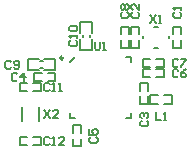
<source format=gto>
G04 Layer_Color=65535*
%FSLAX24Y24*%
%MOIN*%
G70*
G01*
G75*
%ADD22C,0.0060*%
%ADD27C,0.0098*%
%ADD28C,0.0079*%
%ADD29C,0.0059*%
D22*
X2275Y1656D02*
Y1704D01*
X1787Y1334D02*
X1913D01*
X1425Y1656D02*
Y1704D01*
X1787Y2026D02*
X1913D01*
X2367Y-535D02*
Y-259D01*
X1659Y-535D02*
Y-259D01*
X1915D01*
X2112D02*
X2367D01*
X1659Y-535D02*
X1915D01*
X2112D02*
X2367D01*
X-2704Y-1652D02*
X-2448D01*
X-2252D02*
X-1996D01*
X-2704Y-1928D02*
X-2448D01*
X-2252D02*
X-1996D01*
Y-1652D01*
X-2704Y-1928D02*
Y-1652D01*
Y148D02*
X-2448D01*
X-2252D02*
X-1996D01*
X-2704Y-128D02*
X-2448D01*
X-2252D02*
X-1996D01*
Y148D01*
X-2704Y-128D02*
Y148D01*
X-677Y1247D02*
Y1612D01*
Y1808D02*
Y2173D01*
X-283Y1247D02*
Y1612D01*
Y1808D02*
Y2173D01*
X-677D02*
X-283D01*
X-677Y1247D02*
X-283D01*
X-2433Y967D02*
X-2068D01*
X-1872D02*
X-1507D01*
X-2433Y573D02*
X-2068D01*
X-1872D02*
X-1507D01*
Y967D01*
X-2433Y573D02*
Y967D01*
X938Y1778D02*
Y2034D01*
Y1326D02*
Y1582D01*
X662Y1778D02*
Y2034D01*
Y1326D02*
Y1582D01*
Y1326D02*
X938D01*
X662Y2034D02*
X938D01*
X1848Y682D02*
X2104D01*
X1396D02*
X1652D01*
X1848Y958D02*
X2104D01*
X1396D02*
X1652D01*
X1396Y682D02*
Y958D01*
X2104Y682D02*
Y958D01*
X1396Y618D02*
X1652D01*
X1848D02*
X2104D01*
X1396Y342D02*
X1652D01*
X1848D02*
X2104D01*
Y618D01*
X1396Y342D02*
Y618D01*
X-938Y-1964D02*
Y-1708D01*
Y-1512D02*
Y-1256D01*
X-662Y-1964D02*
Y-1708D01*
Y-1512D02*
Y-1256D01*
X-938D02*
X-662D01*
X-938Y-1964D02*
X-662D01*
X-2214Y498D02*
X-1958D01*
X-1762D02*
X-1506D01*
X-2214Y222D02*
X-1958D01*
X-1762D02*
X-1506D01*
Y498D01*
X-2214Y222D02*
Y498D01*
X1315Y-551D02*
Y-295D01*
Y-98D02*
Y158D01*
X1591Y-551D02*
Y-295D01*
Y-98D02*
Y158D01*
X1315D02*
X1591D01*
X1315Y-551D02*
X1591D01*
X1288Y1778D02*
Y2034D01*
Y1326D02*
Y1582D01*
X1012Y1778D02*
Y2034D01*
Y1326D02*
Y1582D01*
Y1326D02*
X1288D01*
X1012Y2034D02*
X1288D01*
X2412Y1326D02*
Y1582D01*
Y1778D02*
Y2034D01*
X2688Y1326D02*
Y1582D01*
Y1778D02*
Y2034D01*
X2412D02*
X2688D01*
X2412Y1326D02*
X2688D01*
X1831Y-825D02*
Y-1095D01*
X2011D01*
X2100D02*
X2190D01*
X2145D01*
Y-825D01*
X2100Y-870D01*
X1366Y-1115D02*
X1321Y-1160D01*
Y-1250D01*
X1366Y-1295D01*
X1546D01*
X1591Y-1250D01*
Y-1160D01*
X1546Y-1115D01*
X1366Y-1025D02*
X1321Y-980D01*
Y-890D01*
X1366Y-845D01*
X1411D01*
X1456Y-890D01*
Y-935D01*
Y-890D01*
X1501Y-845D01*
X1546D01*
X1591Y-890D01*
Y-980D01*
X1546Y-1025D01*
X-1703Y107D02*
X-1748Y152D01*
X-1838D01*
X-1883Y107D01*
Y-73D01*
X-1838Y-118D01*
X-1748D01*
X-1703Y-73D01*
X-1613Y-118D02*
X-1523D01*
X-1568D01*
Y152D01*
X-1613Y107D01*
X-1388Y-118D02*
X-1298D01*
X-1343D01*
Y152D01*
X-1388Y107D01*
X-1703Y-1693D02*
X-1748Y-1648D01*
X-1838D01*
X-1883Y-1693D01*
Y-1873D01*
X-1838Y-1918D01*
X-1748D01*
X-1703Y-1873D01*
X-1613Y-1918D02*
X-1523D01*
X-1568D01*
Y-1648D01*
X-1613Y-1693D01*
X-1208Y-1918D02*
X-1388D01*
X-1208Y-1738D01*
Y-1693D01*
X-1253Y-1648D01*
X-1343D01*
X-1388Y-1693D01*
X-1873Y-748D02*
X-1693Y-1018D01*
Y-748D02*
X-1873Y-1018D01*
X-1423D02*
X-1603D01*
X-1423Y-838D01*
Y-793D01*
X-1468Y-748D01*
X-1558D01*
X-1603Y-793D01*
X-190Y1530D02*
Y1305D01*
X-145Y1260D01*
X-55D01*
X-10Y1305D01*
Y1530D01*
X80Y1260D02*
X170D01*
X125D01*
Y1530D01*
X80Y1485D01*
X1063Y2505D02*
X1018Y2460D01*
Y2370D01*
X1063Y2325D01*
X1243D01*
X1288Y2370D01*
Y2460D01*
X1243Y2505D01*
X1288Y2775D02*
Y2595D01*
X1108Y2775D01*
X1063D01*
X1018Y2730D01*
Y2640D01*
X1063Y2595D01*
X2577Y567D02*
X2532Y612D01*
X2442D01*
X2397Y567D01*
Y387D01*
X2442Y342D01*
X2532D01*
X2577Y387D01*
X2847Y612D02*
X2757Y567D01*
X2667Y477D01*
Y387D01*
X2712Y342D01*
X2802D01*
X2847Y387D01*
Y432D01*
X2802Y477D01*
X2667D01*
X-2993Y857D02*
X-3038Y902D01*
X-3128D01*
X-3173Y857D01*
Y677D01*
X-3128Y632D01*
X-3038D01*
X-2993Y677D01*
X-2903D02*
X-2858Y632D01*
X-2768D01*
X-2723Y677D01*
Y857D01*
X-2768Y902D01*
X-2858D01*
X-2903Y857D01*
Y812D01*
X-2858Y767D01*
X-2723D01*
X713Y2505D02*
X668Y2460D01*
Y2370D01*
X713Y2325D01*
X893D01*
X938Y2370D01*
Y2460D01*
X893Y2505D01*
X713Y2595D02*
X668Y2640D01*
Y2730D01*
X713Y2775D01*
X758D01*
X803Y2730D01*
X848Y2775D01*
X893D01*
X938Y2730D01*
Y2640D01*
X893Y2595D01*
X848D01*
X803Y2640D01*
X758Y2595D01*
X713D01*
X803Y2640D02*
Y2730D01*
X1660Y2430D02*
X1840Y2160D01*
Y2430D02*
X1660Y2160D01*
X1930D02*
X2020D01*
X1975D01*
Y2430D01*
X1930Y2385D01*
X2463Y2505D02*
X2418Y2460D01*
Y2370D01*
X2463Y2325D01*
X2643D01*
X2688Y2370D01*
Y2460D01*
X2643Y2505D01*
X2688Y2595D02*
Y2685D01*
Y2640D01*
X2418D01*
X2463Y2595D01*
X2577Y907D02*
X2532Y952D01*
X2442D01*
X2397Y907D01*
Y727D01*
X2442Y682D01*
X2532D01*
X2577Y727D01*
X2667Y952D02*
X2847D01*
Y907D01*
X2667Y727D01*
Y682D01*
X-327Y-1658D02*
X-372Y-1703D01*
Y-1793D01*
X-327Y-1838D01*
X-148D01*
X-103Y-1793D01*
Y-1703D01*
X-148Y-1658D01*
X-372Y-1388D02*
Y-1568D01*
X-238D01*
X-283Y-1478D01*
Y-1433D01*
X-238Y-1388D01*
X-148D01*
X-103Y-1433D01*
Y-1523D01*
X-148Y-1568D01*
X-2773Y447D02*
X-2818Y492D01*
X-2908D01*
X-2953Y447D01*
Y267D01*
X-2908Y222D01*
X-2818D01*
X-2773Y267D01*
X-2548Y222D02*
Y492D01*
X-2683Y357D01*
X-2503D01*
X-1005Y1570D02*
X-1050Y1525D01*
Y1435D01*
X-1005Y1390D01*
X-825D01*
X-780Y1435D01*
Y1525D01*
X-825Y1570D01*
X-780Y1660D02*
Y1750D01*
Y1705D01*
X-1050D01*
X-1005Y1660D01*
Y1885D02*
X-1050Y1930D01*
Y2020D01*
X-1005Y2065D01*
X-825D01*
X-780Y2020D01*
Y1930D01*
X-825Y1885D01*
X-1005D01*
D27*
X-1250Y984D02*
G03*
X-1250Y984I-49J0D01*
G01*
D28*
X-2045Y-1126D02*
Y-654D01*
X-2635Y-1126D02*
Y-654D01*
X-598Y1671D02*
Y1749D01*
X-362Y1671D02*
Y1749D01*
X-2009Y888D02*
X-1931D01*
X-2009Y652D02*
X-1931D01*
D29*
X-1014Y856D02*
X-856Y1014D01*
X856D02*
X1014D01*
Y856D02*
Y1014D01*
Y-1014D02*
Y-856D01*
X856Y-1014D02*
X1014D01*
X-1014D02*
Y-856D01*
Y-1014D02*
X-856D01*
M02*

</source>
